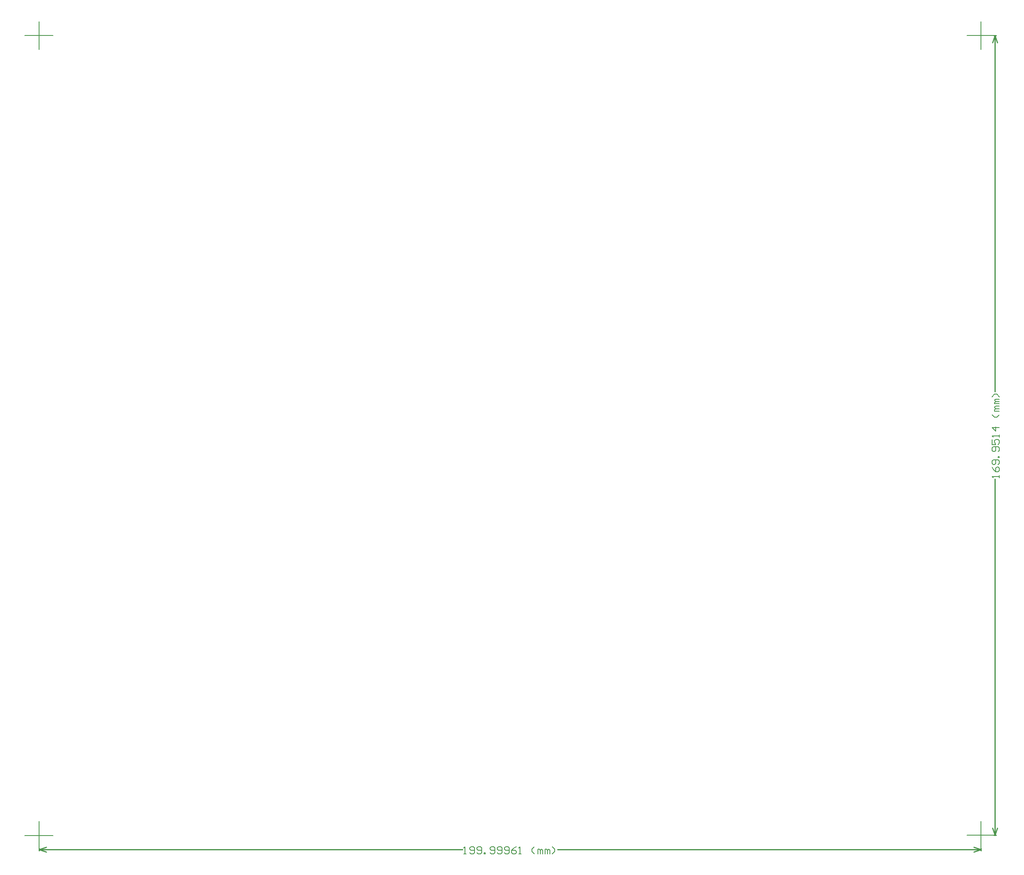
<source format=gko>
%FSLAX42Y42*%
%MOMM*%
G71*
G01*
G75*
%ADD10C,0.20*%
%ADD11R,1.90X2.29*%
%ADD12R,1.52X1.52*%
%ADD13R,0.28X1.78*%
%ADD14R,1.78X0.28*%
%ADD15R,1.78X0.28*%
%ADD16O,1.78X0.28*%
%ADD17C,1.00*%
%ADD18C,0.40*%
%ADD19C,0.50*%
%ADD20C,0.80*%
%ADD21C,0.70*%
%ADD22C,0.20*%
%ADD23C,0.25*%
%ADD24C,0.30*%
%ADD25C,1.00*%
%ADD26C,0.70*%
%ADD27C,0.65*%
%ADD28O,2.00X1.50*%
%ADD29C,2.00*%
%ADD30C,4.00*%
%ADD31O,1.75X2.00*%
%ADD32R,1.75X2.00*%
%ADD33O,2.00X1.70*%
%ADD34O,2.00X1.70*%
%ADD35R,2.00X1.70*%
%ADD36C,1.52*%
%ADD37R,1.70X2.00*%
%ADD38O,1.70X2.00*%
%ADD39O,1.60X2.00*%
%ADD40R,1.60X2.00*%
%ADD41R,1.70X2.00*%
%ADD42O,1.70X2.00*%
%ADD43C,1.50*%
%ADD44R,2.00X1.75*%
%ADD45O,2.00X1.75*%
%ADD46O,2.00X1.60*%
%ADD47R,2.00X1.60*%
%ADD48O,2.00X1.60*%
%ADD49R,1.75X2.00*%
%ADD50O,1.75X2.00*%
%ADD51C,3.50*%
%ADD52C,3.50*%
%ADD53C,2.25*%
%ADD54C,3.50*%
%ADD55C,2.50*%
%ADD56C,1.75*%
%ADD57C,1.50*%
%ADD58R,1.75X2.20*%
%ADD59R,1.75X2.20*%
%ADD60C,3.00*%
%ADD61R,5.00X2.50*%
%ADD62R,2.50X5.00*%
%ADD63C,2.00*%
%ADD64R,2.00X2.00*%
%ADD65O,2.00X2.50*%
%ADD66C,1.27*%
%ADD67R,0.91X0.91*%
%ADD68R,0.91X1.27*%
%ADD69O,0.61X3.05*%
%ADD70O,0.61X6.10*%
%ADD71O,3.81X0.80*%
%ADD72C,0.30*%
%ADD73C,0.25*%
%ADD74C,0.31*%
%ADD75C,0.54*%
%ADD76C,0.35*%
%ADD77R,2.11X2.49*%
%ADD78R,1.73X1.73*%
%ADD79R,0.48X1.98*%
%ADD80R,1.98X0.48*%
%ADD81R,1.98X0.48*%
%ADD82O,1.98X0.48*%
%ADD83O,2.20X1.70*%
%ADD84C,2.20*%
%ADD85C,4.20*%
%ADD86O,1.95X2.20*%
%ADD87R,1.95X2.20*%
%ADD88O,2.20X1.90*%
%ADD89O,2.20X1.90*%
%ADD90R,2.20X1.90*%
%ADD91C,1.73*%
%ADD92R,1.90X2.20*%
%ADD93O,1.90X2.20*%
%ADD94O,1.80X2.20*%
%ADD95R,1.80X2.20*%
%ADD96R,1.90X2.20*%
%ADD97O,1.90X2.20*%
%ADD98C,1.70*%
%ADD99R,2.20X1.95*%
%ADD100O,2.20X1.95*%
%ADD101O,2.20X1.80*%
%ADD102R,2.20X1.80*%
%ADD103O,2.20X1.80*%
%ADD104R,1.95X2.20*%
%ADD105O,1.95X2.20*%
%ADD106C,3.70*%
%ADD107C,3.70*%
%ADD108C,2.45*%
%ADD109C,3.70*%
%ADD110C,2.70*%
%ADD111C,1.95*%
%ADD112C,1.70*%
%ADD113R,1.95X2.40*%
%ADD114R,1.95X2.40*%
%ADD115C,3.20*%
%ADD116R,5.20X2.70*%
%ADD117R,2.70X5.20*%
%ADD118C,2.53*%
%ADD119C,2.20*%
%ADD120R,2.20X2.20*%
%ADD121O,2.20X2.70*%
%ADD122C,1.47*%
%ADD123R,1.12X1.12*%
%ADD124R,1.12X1.47*%
%ADD125O,0.81X3.25*%
%ADD126O,0.81X6.30*%
%ADD127O,4.01X1.00*%
%ADD128C,0.15*%
D22*
X15035Y11823D02*
X15635D01*
X15335Y11523D02*
Y12123D01*
X35035Y11828D02*
X35635D01*
X35335Y11528D02*
Y12128D01*
X35035Y28823D02*
X35635D01*
X35335Y28523D02*
Y29123D01*
X15035Y28823D02*
X15635D01*
X15335Y28523D02*
Y29123D01*
D23*
X35335Y11553D02*
X35335Y11503D01*
X15335Y11548D02*
X15335Y11498D01*
X35182Y11477D02*
X35335Y11528D01*
X35182Y11579D02*
X35335Y11528D01*
X15335Y11523D02*
X15487Y11472D01*
X15335Y11523D02*
X15487Y11574D01*
X26340Y11526D02*
X35335Y11528D01*
X15335Y11523D02*
X24329Y11525D01*
X35609Y28823D02*
X35660D01*
X35609Y11828D02*
X35660D01*
X35635Y28823D02*
X35686Y28671D01*
X35584D02*
X35635Y28823D01*
Y11828D02*
X35686Y11980D01*
X35584D02*
X35635Y11828D01*
Y21255D02*
Y28823D01*
Y11828D02*
Y19396D01*
D128*
X24354Y11434D02*
X24405D01*
X24380D01*
Y11586D01*
X24354Y11561D01*
X24481Y11459D02*
X24507Y11434D01*
X24558D01*
X24583Y11459D01*
Y11561D01*
X24558Y11586D01*
X24507D01*
X24481Y11561D01*
Y11535D01*
X24507Y11510D01*
X24583D01*
X24634Y11459D02*
X24659Y11434D01*
X24710D01*
X24735Y11459D01*
Y11561D01*
X24710Y11586D01*
X24659D01*
X24634Y11561D01*
Y11535D01*
X24659Y11510D01*
X24735D01*
X24786Y11434D02*
Y11459D01*
X24811D01*
Y11434D01*
X24786D01*
X24913Y11459D02*
X24938Y11434D01*
X24989D01*
X25015Y11459D01*
Y11561D01*
X24989Y11586D01*
X24938D01*
X24913Y11561D01*
Y11535D01*
X24938Y11510D01*
X25015D01*
X25065Y11459D02*
X25091Y11434D01*
X25142D01*
X25167Y11459D01*
Y11561D01*
X25142Y11586D01*
X25091D01*
X25065Y11561D01*
Y11535D01*
X25091Y11510D01*
X25167D01*
X25218Y11459D02*
X25243Y11434D01*
X25294D01*
X25319Y11459D01*
Y11561D01*
X25294Y11586D01*
X25243D01*
X25218Y11561D01*
Y11535D01*
X25243Y11510D01*
X25319D01*
X25472Y11586D02*
X25421Y11561D01*
X25370Y11510D01*
Y11459D01*
X25396Y11434D01*
X25446D01*
X25472Y11459D01*
Y11485D01*
X25446Y11510D01*
X25370D01*
X25522Y11434D02*
X25573D01*
X25548D01*
Y11586D01*
X25522Y11561D01*
X25853Y11434D02*
X25802Y11485D01*
Y11535D01*
X25853Y11586D01*
X25929Y11434D02*
Y11535D01*
X25954D01*
X25980Y11510D01*
Y11434D01*
Y11510D01*
X26005Y11535D01*
X26030Y11510D01*
Y11434D01*
X26081D02*
Y11535D01*
X26106D01*
X26132Y11510D01*
Y11434D01*
Y11510D01*
X26157Y11535D01*
X26183Y11510D01*
Y11434D01*
X26233D02*
X26284Y11485D01*
Y11535D01*
X26233Y11586D01*
X35726Y19421D02*
Y19472D01*
Y19447D01*
X35574D01*
X35599Y19421D01*
X35574Y19650D02*
X35599Y19599D01*
X35650Y19548D01*
X35701D01*
X35726Y19574D01*
Y19625D01*
X35701Y19650D01*
X35675D01*
X35650Y19625D01*
Y19548D01*
X35701Y19701D02*
X35726Y19726D01*
Y19777D01*
X35701Y19802D01*
X35599D01*
X35574Y19777D01*
Y19726D01*
X35599Y19701D01*
X35625D01*
X35650Y19726D01*
Y19802D01*
X35726Y19853D02*
X35701D01*
Y19878D01*
X35726D01*
Y19853D01*
X35701Y19980D02*
X35726Y20005D01*
Y20056D01*
X35701Y20082D01*
X35599D01*
X35574Y20056D01*
Y20005D01*
X35599Y19980D01*
X35625D01*
X35650Y20005D01*
Y20082D01*
X35574Y20234D02*
Y20132D01*
X35650D01*
X35625Y20183D01*
Y20209D01*
X35650Y20234D01*
X35701D01*
X35726Y20209D01*
Y20158D01*
X35701Y20132D01*
X35726Y20285D02*
Y20336D01*
Y20310D01*
X35574D01*
X35599Y20285D01*
X35726Y20488D02*
X35574D01*
X35650Y20412D01*
Y20513D01*
X35726Y20767D02*
X35675Y20716D01*
X35625D01*
X35574Y20767D01*
X35726Y20843D02*
X35625D01*
Y20869D01*
X35650Y20894D01*
X35726D01*
X35650D01*
X35625Y20920D01*
X35650Y20945D01*
X35726D01*
Y20996D02*
X35625D01*
Y21021D01*
X35650Y21046D01*
X35726D01*
X35650D01*
X35625Y21072D01*
X35650Y21097D01*
X35726D01*
Y21148D02*
X35675Y21199D01*
X35625D01*
X35574Y21148D01*
M02*

</source>
